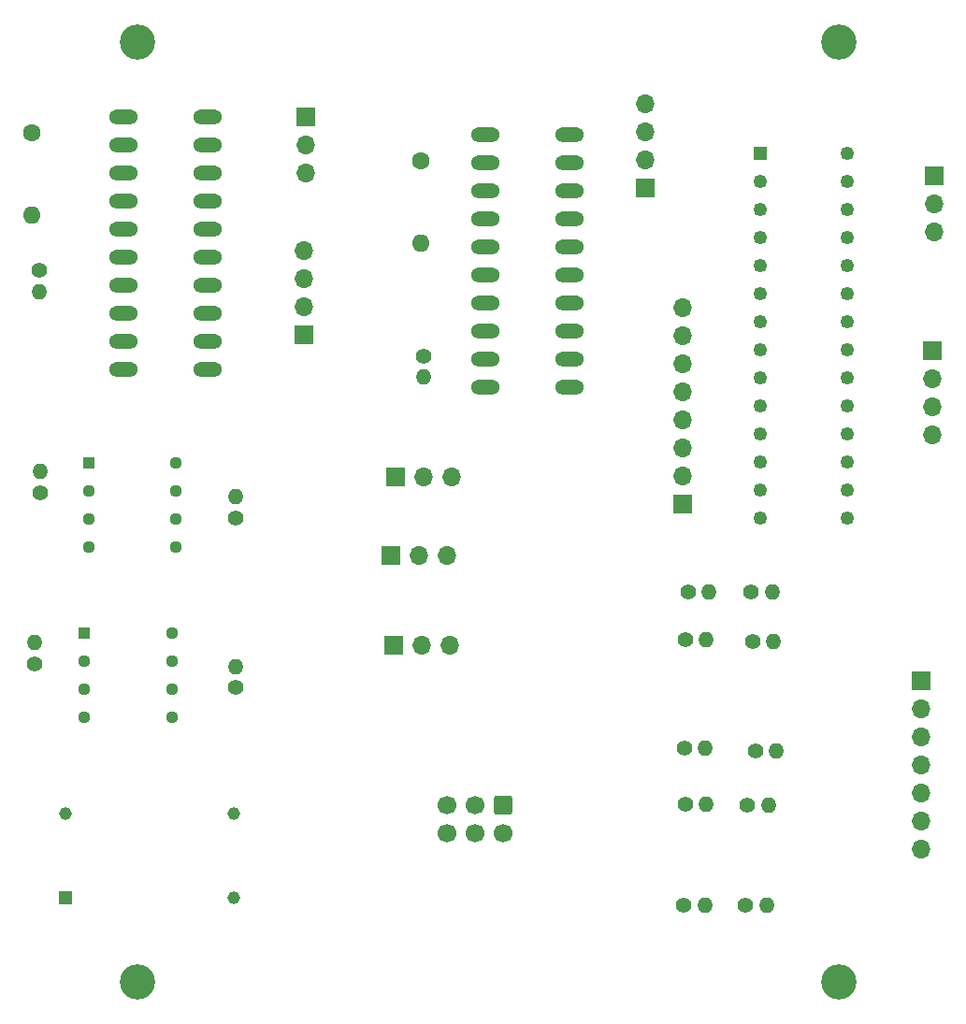
<source format=gbr>
%TF.GenerationSoftware,KiCad,Pcbnew,(6.0.1)*%
%TF.CreationDate,2022-03-29T22:43:00-05:00*%
%TF.ProjectId,microcontroller_board_ATMEGA_TH,6d696372-6f63-46f6-9e74-726f6c6c6572,rev?*%
%TF.SameCoordinates,Original*%
%TF.FileFunction,Soldermask,Bot*%
%TF.FilePolarity,Negative*%
%FSLAX46Y46*%
G04 Gerber Fmt 4.6, Leading zero omitted, Abs format (unit mm)*
G04 Created by KiCad (PCBNEW (6.0.1)) date 2022-03-29 22:43:00*
%MOMM*%
%LPD*%
G01*
G04 APERTURE LIST*
G04 Aperture macros list*
%AMRoundRect*
0 Rectangle with rounded corners*
0 $1 Rounding radius*
0 $2 $3 $4 $5 $6 $7 $8 $9 X,Y pos of 4 corners*
0 Add a 4 corners polygon primitive as box body*
4,1,4,$2,$3,$4,$5,$6,$7,$8,$9,$2,$3,0*
0 Add four circle primitives for the rounded corners*
1,1,$1+$1,$2,$3*
1,1,$1+$1,$4,$5*
1,1,$1+$1,$6,$7*
1,1,$1+$1,$8,$9*
0 Add four rect primitives between the rounded corners*
20,1,$1+$1,$2,$3,$4,$5,0*
20,1,$1+$1,$4,$5,$6,$7,0*
20,1,$1+$1,$6,$7,$8,$9,0*
20,1,$1+$1,$8,$9,$2,$3,0*%
G04 Aperture macros list end*
%ADD10R,1.700000X1.700000*%
%ADD11O,1.700000X1.700000*%
%ADD12RoundRect,0.250000X-0.600000X0.600000X-0.600000X-0.600000X0.600000X-0.600000X0.600000X0.600000X0*%
%ADD13C,1.700000*%
%ADD14C,1.400000*%
%ADD15O,1.400000X1.400000*%
%ADD16O,2.641600X1.320800*%
%ADD17C,3.200000*%
%ADD18R,1.130000X1.130000*%
%ADD19C,1.130000*%
%ADD20R,1.158000X1.158000*%
%ADD21C,1.158000*%
%ADD22C,1.600000*%
%ADD23O,1.600000X1.600000*%
%ADD24R,1.250000X1.250000*%
%ADD25C,1.250000*%
G04 APERTURE END LIST*
D10*
%TO.C,J7*%
X128524000Y-44958000D03*
D11*
X128524000Y-42418000D03*
X128524000Y-39878000D03*
X128524000Y-37338000D03*
%TD*%
D12*
%TO.C,J11*%
X115697000Y-100838000D03*
D13*
X115697000Y-103378000D03*
X113157000Y-100838000D03*
X113157000Y-103378000D03*
X110617000Y-100838000D03*
X110617000Y-103378000D03*
%TD*%
D14*
%TO.C,R13*%
X132085004Y-95631000D03*
D15*
X133985004Y-95631000D03*
%TD*%
D14*
%TO.C,R4*%
X73279000Y-88011000D03*
D15*
X73279000Y-86111000D03*
%TD*%
D11*
%TO.C,J5*%
X97790000Y-43561000D03*
X97790000Y-41021000D03*
D10*
X97790000Y-38481000D03*
%TD*%
D16*
%TO.C,IC2*%
X114046000Y-40132000D03*
X114046000Y-42672000D03*
X114046000Y-45212000D03*
X114046000Y-47752000D03*
X114046000Y-50292000D03*
X114046000Y-52832000D03*
X114046000Y-55372000D03*
X114046000Y-57912000D03*
X114046000Y-60452000D03*
X114046000Y-62992000D03*
X121666000Y-62992000D03*
X121666000Y-60452000D03*
X121666000Y-57912000D03*
X121666000Y-55372000D03*
X121666000Y-52832000D03*
X121666000Y-50292000D03*
X121666000Y-47752000D03*
X121666000Y-45212000D03*
X121666000Y-42672000D03*
X121666000Y-40132000D03*
%TD*%
D10*
%TO.C,J6*%
X154559000Y-59690000D03*
D11*
X154559000Y-62230000D03*
X154559000Y-64770000D03*
X154559000Y-67310000D03*
%TD*%
D17*
%TO.C,H3*%
X82550000Y-31750000D03*
%TD*%
D10*
%TO.C,J1*%
X105933011Y-71120000D03*
D11*
X108473011Y-71120000D03*
X111013011Y-71120000D03*
%TD*%
D18*
%TO.C,U2*%
X77776496Y-85217000D03*
D19*
X77776496Y-87757000D03*
X77776496Y-90297000D03*
X77776496Y-92837000D03*
X85716496Y-92837000D03*
X85716496Y-90297000D03*
X85716496Y-87757000D03*
X85716496Y-85217000D03*
%TD*%
D10*
%TO.C,J9*%
X154686000Y-43830011D03*
D11*
X154686000Y-46370011D03*
X154686000Y-48910011D03*
%TD*%
D10*
%TO.C,J8*%
X153543000Y-89535000D03*
D11*
X153543000Y-92075000D03*
X153543000Y-94615000D03*
X153543000Y-97155000D03*
X153543000Y-99695000D03*
X153543000Y-102235000D03*
X153543000Y-104775000D03*
%TD*%
D14*
%TO.C,R20*%
X137651998Y-109855000D03*
D15*
X139551998Y-109855000D03*
%TD*%
D17*
%TO.C,H2*%
X82550000Y-116840000D03*
%TD*%
D14*
%TO.C,R8*%
X138159998Y-81534000D03*
D15*
X140059998Y-81534000D03*
%TD*%
D14*
%TO.C,R16*%
X137800004Y-100838000D03*
D15*
X139700004Y-100838000D03*
%TD*%
D20*
%TO.C,Y1*%
X76073000Y-109220000D03*
D21*
X91313000Y-109220000D03*
X91313000Y-101600000D03*
X76073000Y-101600000D03*
%TD*%
D22*
%TO.C,C2*%
X108204000Y-42477995D03*
D23*
X108204000Y-49977995D03*
%TD*%
D17*
%TO.C,H1*%
X146050000Y-31750000D03*
%TD*%
D14*
%TO.C,R10*%
X138303000Y-85979000D03*
D15*
X140203000Y-85979000D03*
%TD*%
D10*
%TO.C,J4*%
X97663000Y-58282992D03*
D11*
X97663000Y-55742992D03*
X97663000Y-53202992D03*
X97663000Y-50662992D03*
%TD*%
D14*
%TO.C,R3*%
X91440000Y-74819000D03*
D15*
X91440000Y-72919000D03*
%TD*%
%TO.C,R7*%
X134344998Y-81534000D03*
D14*
X132444998Y-81534000D03*
%TD*%
D18*
%TO.C,U1*%
X78157496Y-69850000D03*
D19*
X78157496Y-72390000D03*
X78157496Y-74930000D03*
X78157496Y-77470000D03*
X86097496Y-77470000D03*
X86097496Y-74930000D03*
X86097496Y-72390000D03*
X86097496Y-69850000D03*
%TD*%
D14*
%TO.C,R2*%
X73787000Y-72517000D03*
D15*
X73787000Y-70617000D03*
%TD*%
D11*
%TO.C,J2*%
X110632011Y-78232000D03*
X108092011Y-78232000D03*
D10*
X105552011Y-78232000D03*
%TD*%
D14*
%TO.C,R5*%
X91440000Y-90165000D03*
D15*
X91440000Y-88265000D03*
%TD*%
D10*
%TO.C,J3*%
X105791000Y-86360000D03*
D11*
X108331000Y-86360000D03*
X110871000Y-86360000D03*
%TD*%
D14*
%TO.C,R15*%
X132190998Y-100711000D03*
D15*
X134090998Y-100711000D03*
%TD*%
D24*
%TO.C,U3*%
X138938000Y-41783000D03*
D25*
X138938000Y-44323000D03*
X138938000Y-46863000D03*
X138938000Y-49403000D03*
X138938000Y-51943000D03*
X138938000Y-54483000D03*
X138938000Y-57023000D03*
X138938000Y-59563000D03*
X138938000Y-62103000D03*
X138938000Y-64643000D03*
X138938000Y-67183000D03*
X138938000Y-69723000D03*
X138938000Y-72263000D03*
X138938000Y-74803000D03*
X146812000Y-74803000D03*
X146812000Y-72263000D03*
X146812000Y-69723000D03*
X146812000Y-67183000D03*
X146812000Y-64643000D03*
X146812000Y-62103000D03*
X146812000Y-59563000D03*
X146812000Y-57023000D03*
X146812000Y-54483000D03*
X146812000Y-51943000D03*
X146812000Y-49403000D03*
X146812000Y-46863000D03*
X146812000Y-44323000D03*
X146812000Y-41783000D03*
%TD*%
D14*
%TO.C,R6*%
X108458000Y-60181998D03*
D15*
X108458000Y-62081998D03*
%TD*%
D14*
%TO.C,R14*%
X138557000Y-95885000D03*
D15*
X140457000Y-95885000D03*
%TD*%
D22*
%TO.C,C1*%
X73025000Y-39937995D03*
D23*
X73025000Y-47437995D03*
%TD*%
D17*
%TO.C,H4*%
X146050000Y-116840000D03*
%TD*%
D10*
%TO.C,J10*%
X131953000Y-73533000D03*
D11*
X131953000Y-70993000D03*
X131953000Y-68453000D03*
X131953000Y-65913000D03*
X131953000Y-63373000D03*
X131953000Y-60833000D03*
X131953000Y-58293000D03*
X131953000Y-55753000D03*
%TD*%
D14*
%TO.C,R9*%
X132190998Y-85852000D03*
D15*
X134090998Y-85852000D03*
%TD*%
D16*
%TO.C,IC1*%
X81280000Y-38481000D03*
X81280000Y-41021000D03*
X81280000Y-43561000D03*
X81280000Y-46101000D03*
X81280000Y-48641000D03*
X81280000Y-51181000D03*
X81280000Y-53721000D03*
X81280000Y-56261000D03*
X81280000Y-58801000D03*
X81280000Y-61341000D03*
X88900000Y-61341000D03*
X88900000Y-58801000D03*
X88900000Y-56261000D03*
X88900000Y-53721000D03*
X88900000Y-51181000D03*
X88900000Y-48641000D03*
X88900000Y-46101000D03*
X88900000Y-43561000D03*
X88900000Y-41021000D03*
X88900000Y-38481000D03*
%TD*%
D14*
%TO.C,R19*%
X132063998Y-109855000D03*
D15*
X133963998Y-109855000D03*
%TD*%
D14*
%TO.C,R1*%
X73660000Y-52434998D03*
D15*
X73660000Y-54334998D03*
%TD*%
M02*

</source>
